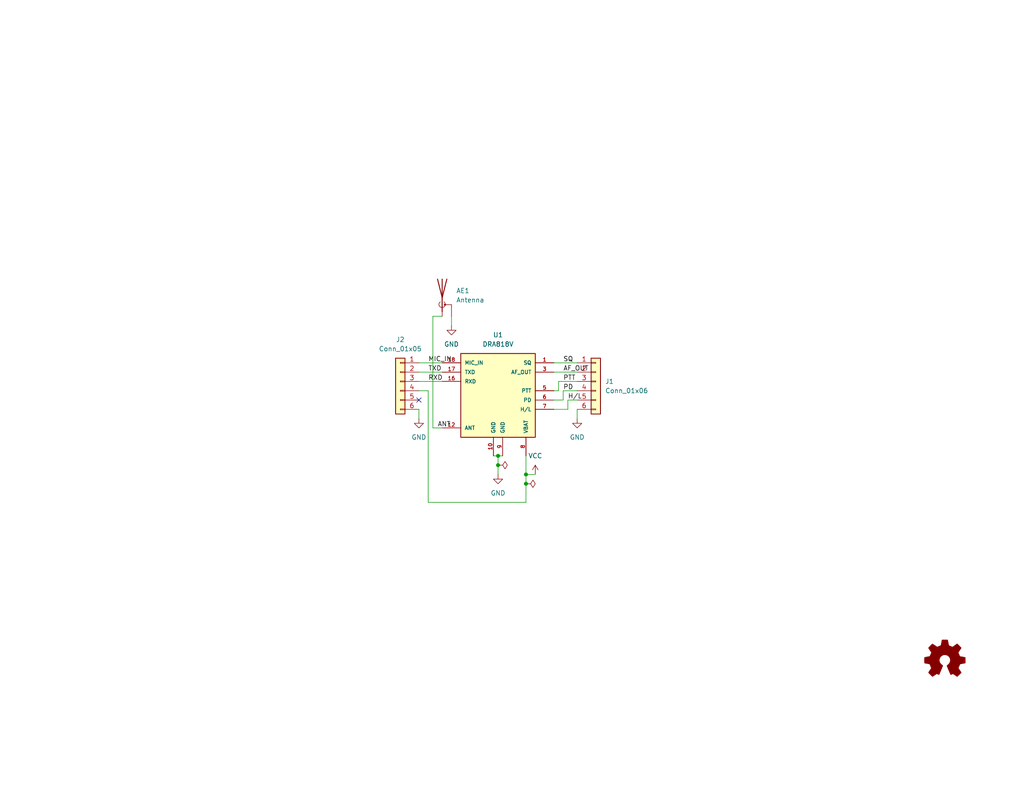
<source format=kicad_sch>
(kicad_sch (version 20230121) (generator eeschema)
  (paper "USLetter")
  (title_block (title "DRA818 Breakout") (date "2023-09-17") (rev "1") (company "C Keller K0SWE") (comment 1 "Licensed under CC-BY-4.0"))
  (lib_symbols
    (symbol "Connector_Generic:Conn_01x06" (pin_names (offset 1.016) hide)
      (property "Reference" "J" (at 0 7.62 0))
      (property "Value" "Conn_01x06" (at 0 -10.16 0))
      (symbol "Conn_01x06_1_1"
        (rectangle (start -1.27 -7.493) (end 0 -7.747) (stroke (width 0.1524)))
        (rectangle (start -1.27 -4.953) (end 0 -5.207) (stroke (width 0.1524)))
        (rectangle (start -1.27 -2.413) (end 0 -2.667) (stroke (width 0.1524)))
        (rectangle (start -1.27 0.127) (end 0 -0.127) (stroke (width 0.1524)))
        (rectangle (start -1.27 2.667) (end 0 2.413) (stroke (width 0.1524)))
        (rectangle (start -1.27 5.207) (end 0 4.953) (stroke (width 0.1524)))
        (rectangle (start -1.27 6.35) (end 1.27 -8.89) (stroke (width 0.254)) (fill (type background)))
        (pin passive line (at -5.08 5.08 0) (length 3.81) (name "Pin_1") (number "1"))
        (pin passive line (at -5.08 2.54 0) (length 3.81) (name "Pin_2") (number "2"))
        (pin passive line (at -5.08 0 0) (length 3.81) (name "Pin_3") (number "3"))
        (pin passive line (at -5.08 -2.54 0) (length 3.81) (name "Pin_4") (number "4"))
        (pin passive line (at -5.08 -5.08 0) (length 3.81) (name "Pin_5") (number "5"))
        (pin passive line (at -5.08 -7.62 0) (length 3.81) (name "Pin_6") (number "6"))
      )
    )
    (symbol "DRA818V:DRA818V" (pin_names (offset 1.016))
      (property "Reference" "U1" (at 0 17.78 0))
      (property "Value" "DRA818V" (at 0 15.24 0))
      (symbol "DRA818V_0_0"
        (rectangle (start -10.16 -10.16) (end 10.16 12.7) (stroke (width 0.254)) (fill (type background)))
        (pin output line (at 15.24 10.16 180) (length 5.08) (name "SQ") (number "1"))
        (pin power_in line (at -1.27 -15.24 90) (length 5.08) (name "GND") (number "10"))
        (pin passive line (at -15.24 -7.62 0) (length 5.08) (name "ANT") (number "12"))
        (pin input line (at -15.24 5.08 0) (length 5.08) (name "RXD") (number "16"))
        (pin output line (at -15.24 7.62 0) (length 5.08) (name "TXD") (number "17"))
        (pin input line (at -15.24 10.16 0) (length 5.08) (name "MIC_IN") (number "18"))
        (pin output line (at 15.24 7.62 180) (length 5.08) (name "AF_OUT") (number "3"))
        (pin input line (at 15.24 2.54 180) (length 5.08) (name "PTT") (number "5"))
        (pin input line (at 15.24 0 180) (length 5.08) (name "PD") (number "6"))
        (pin input line (at 15.24 -2.54 180) (length 5.08) (name "H/L") (number "7"))
        (pin power_in line (at 7.62 -15.24 90) (length 5.08) (name "VBAT") (number "8"))
        (pin power_in line (at 1.27 -15.24 90) (length 5.08) (name "GND") (number "9"))
      )
    )
    (symbol "Device:Antenna_Shield" (pin_numbers hide) (pin_names (offset 1.016) hide)
      (property "Reference" "AE" (at -1.905 4.445 0))
      (property "Value" "Antenna_Shield" (at -1.905 2.54 0))
      (symbol "Antenna_Shield_0_1"
        (arc (start -0.508 -1.143) (mid -0.8429 -2.1194) (end 0 -2.667))
        (arc (start 0 -2.667) (mid 0.7989 -2.1052) (end 0.508 -1.143))
        (polyline (pts (xy 0 -2.54) (xy 0 0)))
        (polyline (pts (xy 0 5.08) (xy 0 -3.81)) (stroke (width 0.254)))
        (polyline (pts (xy 0.762 -1.905) (xy 2.54 -1.905)))
        (polyline (pts (xy 2.54 -2.54) (xy 2.54 -1.905)))
        (polyline (pts (xy 1.27 5.08) (xy 0 0) (xy -1.27 5.08)) (stroke (width 0.254)))
        (circle (center 0.762 -1.905) (radius 0.1778) (fill (type outline)))
      )
      (symbol "Antenna_Shield_1_1"
        (pin input line (at 0 -5.08 90) (length 2.54) (name "A") (number "1"))
        (pin input line (at 2.54 -5.08 90) (length 2.54) (name "Shield") (number "2"))
      )
    )
    (symbol "Graphic:Logo_Open_Hardware_Small" (in_bom no) (on_board no)
      (symbol "Logo_Open_Hardware_Small_0_1"
        (polyline (pts (xy 3.3528 -4.3434) (xy 3.302 -4.318) (xy 3.175 -4.2418) (xy 2.9972 -4.1148) (xy 2.7686 -3.9624) (xy 2.54 -3.81) (xy 2.3622 -3.7084) (xy 2.2352 -3.6068) (xy 2.1844 -3.5814) (xy 2.159 -3.6068) (xy 2.0574 -3.6576) (xy 1.905 -3.7338) (xy 1.8034 -3.7846) (xy 1.6764 -3.8354) (xy 1.6002 -3.8354) (xy 1.6002 -3.8354) (xy 1.5494 -3.7338) (xy 1.4732 -3.5306) (xy 1.3462 -3.302) (xy 1.2446 -3.0226) (xy 1.1176 -2.7178) (xy 0.9652 -2.413) (xy 0.8636 -2.1082) (xy 0.7366 -1.8288) (xy 0.6604 -1.6256) (xy 0.6096 -1.4732) (xy 0.5842 -1.397) (xy 0.5842 -1.397) (xy 0.6604 -1.3208) (xy 0.7874 -1.2446) (xy 1.0414 -1.016) (xy 1.2954 -0.6858) (xy 1.4478 -0.3302) (xy 1.524 0.0762) (xy 1.4732 0.4572) (xy 1.3208 0.8128) (xy 1.0668 1.143) (xy 0.762 1.3716) (xy 0.4064 1.524) (xy 0 1.5748) (xy -0.381 1.5494) (xy -0.7366 1.397) (xy -1.0668 1.143) (xy -1.2192 0.9906) (xy -1.397 0.6604) (xy -1.524 0.3048) (xy -1.524 0.2286) (xy -1.4986 -0.1778) (xy -1.397 -0.5334) (xy -1.1938 -0.8636) (xy -0.9144 -1.143) (xy -0.8636 -1.1684) (xy -0.7366 -1.27) (xy -0.635 -1.3462) (xy -0.5842 -1.397) (xy -1.0668 -2.5908) (xy -1.143 -2.794) (xy -1.2954 -3.1242) (xy -1.397 -3.4036) (xy -1.4986 -3.6322) (xy -1.5748 -3.7846) (xy -1.6002 -3.8354) (xy -1.6002 -3.8354) (xy -1.651 -3.8354) (xy -1.7272 -3.81) (xy -1.905 -3.7338) (xy -2.0066 -3.683) (xy -2.1336 -3.6068) (xy -2.2098 -3.5814) (xy -2.2606 -3.6068) (xy -2.3622 -3.683) (xy -2.54 -3.81) (xy -2.7686 -3.9624) (xy -2.9718 -4.0894) (xy -3.1496 -4.2164) (xy -3.302 -4.318) (xy -3.3528 -4.3434) (xy -3.3782 -4.3434) (xy -3.429 -4.318) (xy -3.5306 -4.2164) (xy -3.7084 -4.064) (xy -3.937 -3.8354) (xy -3.9624 -3.81) (xy -4.1656 -3.6068) (xy -4.318 -3.4544) (xy -4.4196 -3.3274) (xy -4.445 -3.2766) (xy -4.445 -3.2766) (xy -4.4196 -3.2258) (xy -4.318 -3.0734) (xy -4.2164 -2.8956) (xy -4.064 -2.667) (xy -3.6576 -2.0828) (xy -3.8862 -1.5494) (xy -3.937 -1.3716) (xy -4.0386 -1.1684) (xy -4.0894 -1.0414) (xy -4.1148 -0.9652) (xy -4.191 -0.9398) (xy -4.318 -0.9144) (xy -4.5466 -0.8636) (xy -4.8006 -0.8128) (xy -5.0546 -0.7874) (xy -5.2578 -0.7366) (xy -5.4356 -0.7112) (xy -5.5118 -0.6858) (xy -5.5118 -0.6858) (xy -5.5372 -0.635) (xy -5.5372 -0.5588) (xy -5.5372 -0.4318) (xy -5.5626 -0.2286) (xy -5.5626 0.0762) (xy -5.5626 0.127) (xy -5.5372 0.4064) (xy -5.5372 0.635) (xy -5.5372 0.762) (xy -5.5372 0.8382) (xy -5.5372 0.8382) (xy -5.461 0.8382) (xy -5.3086 0.889) (xy -5.08 0.9144) (xy -4.826 0.9652) (xy -4.8006 0.9906) (xy -4.5466 1.0414) (xy -4.318 1.0668) (xy -4.1656 1.1176) (xy -4.0894 1.143) (xy -4.0894 1.143) (xy -4.0386 1.2446) (xy -3.9624 1.4224) (xy -3.8608 1.6256) (xy -3.7846 1.8288) (xy -3.7084 2.0066) (xy -3.6576 2.159) (xy -3.6322 2.2098) (xy -3.6322 2.2098) (xy -3.683 2.286) (xy -3.7592 2.413) (xy -3.8862 2.5908) (xy -4.064 2.8194) (xy -4.064 2.8448) (xy -4.2164 3.0734) (xy -4.3434 3.2512) (xy -4.4196 3.3782) (xy -4.445 3.4544) (xy -4.445 3.4544) (xy -4.3942 3.5052) (xy -4.2926 3.6322) (xy -4.1148 3.81) (xy -3.937 4.0132) (xy -3.8608 4.064) (xy -3.6576 4.2926) (xy -3.5052 4.4196) (xy -3.4036 4.4958) (xy -3.3528 4.5212) (xy -3.3528 4.5212) (xy -3.302 4.4704) (xy -3.1496 4.3688) (xy -2.9718 4.2418) (xy -2.7432 4.0894) (xy -2.7178 4.0894) (xy -2.4892 3.937) (xy -2.3114 3.81) (xy -2.1844 3.7084) (xy -2.1336 3.683) (xy -2.1082 3.683) (xy -2.032 3.7084) (xy -1.8542 3.7592) (xy -1.6764 3.8354) (xy -1.4732 3.937) (xy -1.27 4.0132) (xy -1.143 4.064) (xy -1.0668 4.1148) (xy -1.0668 4.1148) (xy -1.0414 4.191) (xy -1.016 4.3434) (xy -0.9652 4.572) (xy -0.9144 4.8514) (xy -0.889 4.9022) (xy -0.8382 5.1562) (xy -0.8128 5.3848) (xy -0.7874 5.5372) (xy -0.762 5.588) (xy -0.7112 5.6134) (xy -0.5842 5.6134) (xy -0.4064 5.6134) (xy -0.1524 5.6134) (xy 0.0762 5.6134) (xy 0.3302 5.6134) (xy 0.5334 5.6134) (xy 0.6858 5.588) (xy 0.7366 5.588) (xy 0.7366 5.588) (xy 0.762 5.5118) (xy 0.8128 5.334) (xy 0.8382 5.1054) (xy 0.9144 4.826) (xy 0.9144 4.7752) (xy 0.9652 4.5212) (xy 1.016 4.2926) (xy 1.0414 4.1402) (xy 1.0668 4.0894) (xy 1.0668 4.0894) (xy 1.1938 4.0386) (xy 1.3716 3.9624) (xy 1.5748 3.8608) (xy 2.0828 3.6576) (xy 2.7178 4.0894) (xy 2.7686 4.1402) (xy 2.9972 4.2926) (xy 3.175 4.4196) (xy 3.302 4.4958) (xy 3.3782 4.5212) (xy 3.3782 4.5212) (xy 3.429 4.4704) (xy 3.556 4.3434) (xy 3.7338 4.191) (xy 3.9116 3.9878) (xy 4.064 3.8354) (xy 4.2418 3.6576) (xy 4.3434 3.556) (xy 4.4196 3.4798) (xy 4.4196 3.429) (xy 4.4196 3.4036) (xy 4.3942 3.3274) (xy 4.2926 3.2004) (xy 4.1656 2.9972) (xy 4.0132 2.794) (xy 3.8862 2.5908) (xy 3.7592 2.3876) (xy 3.6576 2.2352) (xy 3.6322 2.159) (xy 3.6322 2.1336) (xy 3.683 2.0066) (xy 3.7592 1.8288) (xy 3.8608 1.6002) (xy 4.064 1.1176) (xy 4.3942 1.0414) (xy 4.5974 1.016) (xy 4.8768 0.9652) (xy 5.1308 0.9144) (xy 5.5372 0.8382) (xy 5.5626 -0.6604) (xy 5.4864 -0.6858) (xy 5.4356 -0.6858) (xy 5.2832 -0.7366) (xy 5.0546 -0.762) (xy 4.8006 -0.8128) (xy 4.5974 -0.8636) (xy 4.3688 -0.9144) (xy 4.2164 -0.9398) (xy 4.1402 -0.9398) (xy 4.1148 -0.9652) (xy 4.064 -1.0668) (xy 3.9878 -1.2446) (xy 3.9116 -1.4478) (xy 3.81 -1.651) (xy 3.7338 -1.8542) (xy 3.683 -2.0066) (xy 3.6576 -2.0828) (xy 3.683 -2.1336) (xy 3.7846 -2.2606) (xy 3.8862 -2.4638) (xy 4.0386 -2.667) (xy 4.191 -2.8956) (xy 4.318 -3.0734) (xy 4.3942 -3.2004) (xy 4.445 -3.2766) (xy 4.4196 -3.3274) (xy 4.3434 -3.429) (xy 4.1656 -3.5814) (xy 3.937 -3.8354) (xy 3.8862 -3.8608) (xy 3.683 -4.064) (xy 3.5306 -4.2164) (xy 3.4036 -4.318) (xy 3.3528 -4.3434)) (fill (type outline)))
      )
    )
    (symbol "power:GND" (power) (pin_names (offset 0))
      (property "Value" "GND" (at 0 -3.81 0))
      (symbol "GND_0_1"
        (polyline (pts (xy 0 0) (xy 0 -1.27) (xy 1.27 -1.27) (xy 0 -2.54) (xy -1.27 -1.27) (xy 0 -1.27)))
      )
      (symbol "GND_1_1"
        (pin power_in line (at 0 0 270) (length 0) hide (name "GND") (number "1"))
      )
    )
    (symbol "power:PWR_FLAG" (power) (pin_numbers hide) (pin_names (offset 0) hide)
      (property "Value" "PWR_FLAG" (at 0 3.81 0))
      (symbol "PWR_FLAG_0_0"
        (pin power_out line (at 0 0 90) (length 0) (name "pwr") (number "1"))
      )
      (symbol "PWR_FLAG_0_1"
        (polyline (pts (xy 0 0) (xy 0 1.27) (xy -1.016 1.905) (xy 0 2.54) (xy 1.016 1.905) (xy 0 1.27)))
      )
    )
    (symbol "power:VCC" (power) (pin_names (offset 0))
      (property "Value" "VCC" (at 0 3.81 0))
      (symbol "VCC_0_1"
        (polyline (pts (xy -0.762 1.27) (xy 0 2.54)))
        (polyline (pts (xy 0 0) (xy 0 2.54)))
        (polyline (pts (xy 0 2.54) (xy 0.762 1.27)))
      )
      (symbol "VCC_1_1"
        (pin power_in line (at 0 0 90) (length 0) hide (name "VCC") (number "1"))
      )
    )
  )
  (junction (at 135.89 127))
  (junction (at 135.89 124.46))
  (junction (at 143.51 129.54))
  (junction (at 143.51 132.08))
  (no_connect (at 114.3 109.22))
  (wire (pts (xy 151.13 99.06) (xy 157.48 99.06)))
  (wire (pts (xy 143.51 137.16) (xy 116.84 137.16)))
  (wire (pts (xy 153.67 109.22) (xy 153.67 106.68)))
  (wire (pts (xy 135.89 127) (xy 135.89 124.46)))
  (wire (pts (xy 134.62 124.46) (xy 135.89 124.46)))
  (wire (pts (xy 152.4 106.68) (xy 152.4 104.14)))
  (wire (pts (xy 116.84 137.16) (xy 116.84 106.68)))
  (wire (pts (xy 114.3 104.14) (xy 120.65 104.14)))
  (wire (pts (xy 151.13 101.6) (xy 157.48 101.6)))
  (wire (pts (xy 118.11 86.36) (xy 118.11 116.84)))
  (wire (pts (xy 143.51 129.54) (xy 146.05 129.54)))
  (wire (pts (xy 143.51 129.54) (xy 143.51 132.08)))
  (wire (pts (xy 120.65 116.84) (xy 118.11 116.84)))
  (wire (pts (xy 153.67 106.68) (xy 157.48 106.68)))
  (wire (pts (xy 114.3 99.06) (xy 120.65 99.06)))
  (wire (pts (xy 114.3 101.6) (xy 120.65 101.6)))
  (wire (pts (xy 116.84 106.68) (xy 114.3 106.68)))
  (wire (pts (xy 135.89 127) (xy 135.89 129.54)))
  (wire (pts (xy 151.13 111.76) (xy 154.94 111.76)))
  (wire (pts (xy 154.94 111.76) (xy 154.94 109.22)))
  (wire (pts (xy 143.51 124.46) (xy 143.51 129.54)))
  (wire (pts (xy 143.51 132.08) (xy 143.51 137.16)))
  (wire (pts (xy 118.11 86.36) (xy 120.65 86.36)))
  (wire (pts (xy 151.13 106.68) (xy 152.4 106.68)))
  (wire (pts (xy 152.4 104.14) (xy 157.48 104.14)))
  (wire (pts (xy 114.3 111.76) (xy 114.3 114.3)))
  (wire (pts (xy 154.94 109.22) (xy 157.48 109.22)))
  (wire (pts (xy 157.48 111.76) (xy 157.48 114.3)))
  (wire (pts (xy 151.13 109.22) (xy 153.67 109.22)))
  (wire (pts (xy 137.16 124.46) (xy 135.89 124.46)))
  (wire (pts (xy 123.19 86.36) (xy 123.19 88.9)))
  (label "RXD" (at 116.84 104.14 0))
  (label "ANT" (at 119.38 116.84 0))
  (label "SQ" (at 153.67 99.06 0))
  (label "PTT" (at 153.67 104.14 0))
  (label "AF_OUT" (at 153.67 101.6 0))
  (label "H{slash}L" (at 154.94 109.22 0))
  (label "TXD" (at 116.84 101.6 0))
  (label "PD" (at 153.67 106.68 0))
  (label "MIC_IN" (at 116.84 99.06 0))
  (symbol (lib_id "power:GND") (at 123.19 88.9 0) (unit 1)
    (property "Reference" "#PWR04" (effects hide))
    (property "Value" "GND" (at 123.19 93.98 0))
  )
  (symbol (lib_id "Connector_Generic:Conn_01x06") (at 162.56 104.14 0) (unit 1)
    (property "Reference" "J1" (at 165.1 104.14 0) (effects (justify left)))
    (property "Value" "Conn_01x06" (at 165.1 106.68 0) (effects (justify left)))
    (property "Footprint" "Connector_PinHeader_2.54mm:PinHeader_1x06_P2.54mm_Vertical" (effects hide))
  )
  (symbol (lib_id "power:VCC") (at 146.05 129.54 0) (unit 1)
    (property "Reference" "#PWR05" (effects hide))
    (property "Value" "VCC" (at 146.05 124.46 0))
  )
  (symbol (lib_id "DRA818V:DRA818V") (at 135.89 109.22 0) (unit 1)
    (property "Reference" "U1" (at 135.89 91.44 0))
    (property "Value" "DRA818V" (at 135.89 93.98 0))
    (property "Footprint" "Libraries:DORJI_DRA818V" (effects hide))
    (property "MF" "DORJI" (effects hide))
    (property "Description" "\n" (effects hide))
    (property "Package" "Package" (effects hide))
    (property "Price" "None" (effects hide))
    (property "Check_prices" "https://www.snapeda.com/parts/DRA818V/DORJI/view-part/?ref=eda" (effects hide))
    (property "PART_REV" "1.23" (effects hide))
    (property "STANDARD" "MANUFACTURER RECOMMENDATIONS" (effects hide))
    (property "SnapEDA_Link" "https://www.snapeda.com/parts/DRA818V/DORJI/view-part/?ref=snap" (effects hide))
    (property "MP" "DRA818V" (effects hide))
    (property "Availability" "Not in stock" (effects hide))
    (property "MANUFACTURER" "DORJI" (effects hide))
  )
  (symbol (lib_id "Connector_Generic:Conn_01x06") (at 109.22 104.14 0) (mirror y) (unit 1)
    (property "Reference" "J2" (at 109.22 92.71 0))
    (property "Value" "Conn_01x05" (at 109.22 95.25 0))
    (property "Footprint" "Connector_PinHeader_2.54mm:PinHeader_1x06_P2.54mm_Vertical" (effects hide))
  )
  (symbol (lib_id "Graphic:Logo_Open_Hardware_Small") (at 257.81 180.34 0) (unit 1) (in_bom no)
    (property "Reference" "SYM1" (effects hide))
    (property "Value" "Logo_Open_Hardware_Small" (effects hide))
    (property "Footprint" "Symbol:OSHW-Logo2_7.3x6mm_SilkScreen" (effects hide))
    (property "Sim.Enable" "0" (effects hide))
  )
  (symbol (lib_id "power:PWR_FLAG") (at 135.89 127 270) (unit 1)
    (property "Reference" "#FLG02" (effects hide))
    (property "Value" "PWR_FLAG" (effects hide))
  )
  (symbol (lib_id "power:GND") (at 114.3 114.3 0) (unit 1)
    (property "Reference" "#PWR02" (effects hide))
    (property "Value" "GND" (at 114.3 119.38 0))
  )
  (symbol (lib_id "power:GND") (at 157.48 114.3 0) (unit 1)
    (property "Reference" "#PWR03" (effects hide))
    (property "Value" "GND" (at 157.48 119.38 0))
  )
  (symbol (lib_id "power:GND") (at 135.89 129.54 0) (unit 1)
    (property "Reference" "#PWR01" (effects hide))
    (property "Value" "GND" (at 135.89 134.62 0))
  )
  (symbol (lib_id "Device:Antenna_Shield") (at 120.65 81.28 0) (unit 1)
    (property "Reference" "AE1" (at 124.46 79.375 0) (effects (justify left)))
    (property "Value" "Antenna" (at 124.46 81.915 0) (effects (justify left)))
    (property "Footprint" "Connector_Coaxial:SMA_Molex_73251-1153_EdgeMount_Horizontal" (effects hide))
    (property "Datasheet" "https://www.molex.com/content/dam/molex/molex-dot-com/products/automated/en-us/salesdrawingpdf/732/73251/732511153_sd.pdf" (effects hide))
  )
  (symbol (lib_id "power:PWR_FLAG") (at 143.51 132.08 270) (unit 1)
    (property "Reference" "#FLG01" (effects hide))
    (property "Value" "PWR_FLAG" (effects hide))
  )
)
</source>
